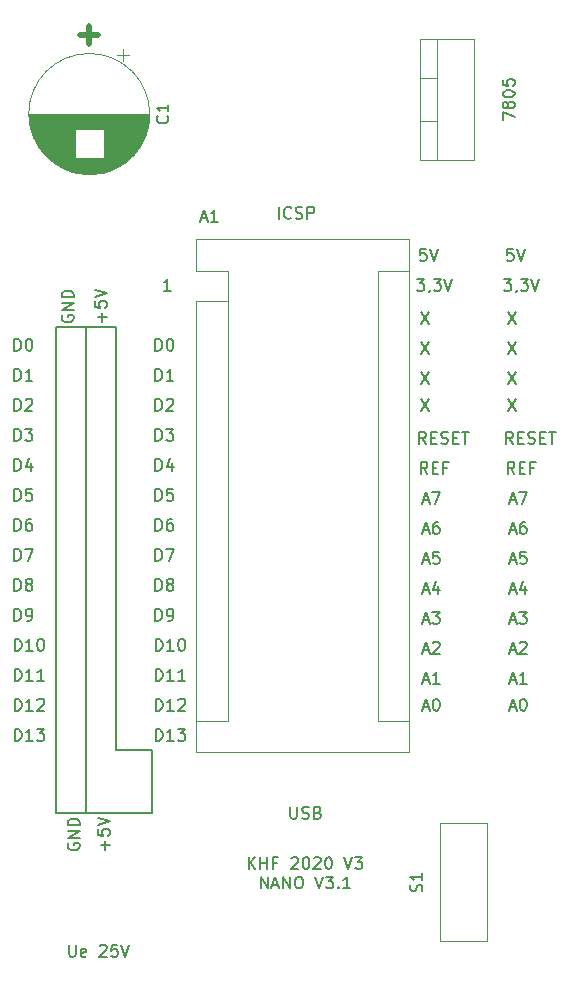
<source format=gbr>
%TF.GenerationSoftware,KiCad,Pcbnew,(5.1.6)-1*%
%TF.CreationDate,2020-11-17T10:03:37+01:00*%
%TF.ProjectId,NANOV3,4e414e4f-5633-42e6-9b69-6361645f7063,rev?*%
%TF.SameCoordinates,Original*%
%TF.FileFunction,Legend,Top*%
%TF.FilePolarity,Positive*%
%FSLAX46Y46*%
G04 Gerber Fmt 4.6, Leading zero omitted, Abs format (unit mm)*
G04 Created by KiCad (PCBNEW (5.1.6)-1) date 2020-11-17 10:03:37*
%MOMM*%
%LPD*%
G01*
G04 APERTURE LIST*
%ADD10C,0.150000*%
%ADD11C,0.500000*%
%ADD12C,0.120000*%
G04 APERTURE END LIST*
D10*
X119634000Y-69342000D02*
X122174000Y-69342000D01*
X119634000Y-110490000D02*
X119634000Y-69342000D01*
X122174000Y-110490000D02*
X119634000Y-110490000D01*
X123515428Y-68849714D02*
X123515428Y-68087809D01*
X123896380Y-68468761D02*
X123134476Y-68468761D01*
X122896380Y-67135428D02*
X122896380Y-67611619D01*
X123372571Y-67659238D01*
X123324952Y-67611619D01*
X123277333Y-67516380D01*
X123277333Y-67278285D01*
X123324952Y-67183047D01*
X123372571Y-67135428D01*
X123467809Y-67087809D01*
X123705904Y-67087809D01*
X123801142Y-67135428D01*
X123848761Y-67183047D01*
X123896380Y-67278285D01*
X123896380Y-67516380D01*
X123848761Y-67611619D01*
X123801142Y-67659238D01*
X122896380Y-66802095D02*
X123896380Y-66468761D01*
X122896380Y-66135428D01*
X120150000Y-68325904D02*
X120102380Y-68421142D01*
X120102380Y-68564000D01*
X120150000Y-68706857D01*
X120245238Y-68802095D01*
X120340476Y-68849714D01*
X120530952Y-68897333D01*
X120673809Y-68897333D01*
X120864285Y-68849714D01*
X120959523Y-68802095D01*
X121054761Y-68706857D01*
X121102380Y-68564000D01*
X121102380Y-68468761D01*
X121054761Y-68325904D01*
X121007142Y-68278285D01*
X120673809Y-68278285D01*
X120673809Y-68468761D01*
X121102380Y-67849714D02*
X120102380Y-67849714D01*
X121102380Y-67278285D01*
X120102380Y-67278285D01*
X121102380Y-66802095D02*
X120102380Y-66802095D01*
X120102380Y-66564000D01*
X120150000Y-66421142D01*
X120245238Y-66325904D01*
X120340476Y-66278285D01*
X120530952Y-66230666D01*
X120673809Y-66230666D01*
X120864285Y-66278285D01*
X120959523Y-66325904D01*
X121054761Y-66421142D01*
X121102380Y-66564000D01*
X121102380Y-66802095D01*
X150542666Y-70572380D02*
X151209333Y-71572380D01*
X151209333Y-70572380D02*
X150542666Y-71572380D01*
X150542666Y-68032380D02*
X151209333Y-69032380D01*
X151209333Y-68032380D02*
X150542666Y-69032380D01*
X150542666Y-73112380D02*
X151209333Y-74112380D01*
X151209333Y-73112380D02*
X150542666Y-74112380D01*
X150542666Y-75398380D02*
X151209333Y-76398380D01*
X151209333Y-75398380D02*
X150542666Y-76398380D01*
X150947619Y-79192380D02*
X150614285Y-78716190D01*
X150376190Y-79192380D02*
X150376190Y-78192380D01*
X150757142Y-78192380D01*
X150852380Y-78240000D01*
X150900000Y-78287619D01*
X150947619Y-78382857D01*
X150947619Y-78525714D01*
X150900000Y-78620952D01*
X150852380Y-78668571D01*
X150757142Y-78716190D01*
X150376190Y-78716190D01*
X151376190Y-78668571D02*
X151709523Y-78668571D01*
X151852380Y-79192380D02*
X151376190Y-79192380D01*
X151376190Y-78192380D01*
X151852380Y-78192380D01*
X152233333Y-79144761D02*
X152376190Y-79192380D01*
X152614285Y-79192380D01*
X152709523Y-79144761D01*
X152757142Y-79097142D01*
X152804761Y-79001904D01*
X152804761Y-78906666D01*
X152757142Y-78811428D01*
X152709523Y-78763809D01*
X152614285Y-78716190D01*
X152423809Y-78668571D01*
X152328571Y-78620952D01*
X152280952Y-78573333D01*
X152233333Y-78478095D01*
X152233333Y-78382857D01*
X152280952Y-78287619D01*
X152328571Y-78240000D01*
X152423809Y-78192380D01*
X152661904Y-78192380D01*
X152804761Y-78240000D01*
X153233333Y-78668571D02*
X153566666Y-78668571D01*
X153709523Y-79192380D02*
X153233333Y-79192380D01*
X153233333Y-78192380D01*
X153709523Y-78192380D01*
X153995238Y-78192380D02*
X154566666Y-78192380D01*
X154280952Y-79192380D02*
X154280952Y-78192380D01*
X151066571Y-81732380D02*
X150733238Y-81256190D01*
X150495142Y-81732380D02*
X150495142Y-80732380D01*
X150876095Y-80732380D01*
X150971333Y-80780000D01*
X151018952Y-80827619D01*
X151066571Y-80922857D01*
X151066571Y-81065714D01*
X151018952Y-81160952D01*
X150971333Y-81208571D01*
X150876095Y-81256190D01*
X150495142Y-81256190D01*
X151495142Y-81208571D02*
X151828476Y-81208571D01*
X151971333Y-81732380D02*
X151495142Y-81732380D01*
X151495142Y-80732380D01*
X151971333Y-80732380D01*
X152733238Y-81208571D02*
X152399904Y-81208571D01*
X152399904Y-81732380D02*
X152399904Y-80732380D01*
X152876095Y-80732380D01*
X150669714Y-83986666D02*
X151145904Y-83986666D01*
X150574476Y-84272380D02*
X150907809Y-83272380D01*
X151241142Y-84272380D01*
X151479238Y-83272380D02*
X152145904Y-83272380D01*
X151717333Y-84272380D01*
X150669714Y-86526666D02*
X151145904Y-86526666D01*
X150574476Y-86812380D02*
X150907809Y-85812380D01*
X151241142Y-86812380D01*
X152003047Y-85812380D02*
X151812571Y-85812380D01*
X151717333Y-85860000D01*
X151669714Y-85907619D01*
X151574476Y-86050476D01*
X151526857Y-86240952D01*
X151526857Y-86621904D01*
X151574476Y-86717142D01*
X151622095Y-86764761D01*
X151717333Y-86812380D01*
X151907809Y-86812380D01*
X152003047Y-86764761D01*
X152050666Y-86717142D01*
X152098285Y-86621904D01*
X152098285Y-86383809D01*
X152050666Y-86288571D01*
X152003047Y-86240952D01*
X151907809Y-86193333D01*
X151717333Y-86193333D01*
X151622095Y-86240952D01*
X151574476Y-86288571D01*
X151526857Y-86383809D01*
X150669714Y-96686666D02*
X151145904Y-96686666D01*
X150574476Y-96972380D02*
X150907809Y-95972380D01*
X151241142Y-96972380D01*
X151526857Y-96067619D02*
X151574476Y-96020000D01*
X151669714Y-95972380D01*
X151907809Y-95972380D01*
X152003047Y-96020000D01*
X152050666Y-96067619D01*
X152098285Y-96162857D01*
X152098285Y-96258095D01*
X152050666Y-96400952D01*
X151479238Y-96972380D01*
X152098285Y-96972380D01*
X150939523Y-62698380D02*
X150463333Y-62698380D01*
X150415714Y-63174571D01*
X150463333Y-63126952D01*
X150558571Y-63079333D01*
X150796666Y-63079333D01*
X150891904Y-63126952D01*
X150939523Y-63174571D01*
X150987142Y-63269809D01*
X150987142Y-63507904D01*
X150939523Y-63603142D01*
X150891904Y-63650761D01*
X150796666Y-63698380D01*
X150558571Y-63698380D01*
X150463333Y-63650761D01*
X150415714Y-63603142D01*
X151272857Y-62698380D02*
X151606190Y-63698380D01*
X151939523Y-62698380D01*
X150669714Y-91606666D02*
X151145904Y-91606666D01*
X150574476Y-91892380D02*
X150907809Y-90892380D01*
X151241142Y-91892380D01*
X152003047Y-91225714D02*
X152003047Y-91892380D01*
X151764952Y-90844761D02*
X151526857Y-91559047D01*
X152145904Y-91559047D01*
X150161809Y-65238380D02*
X150780857Y-65238380D01*
X150447523Y-65619333D01*
X150590380Y-65619333D01*
X150685619Y-65666952D01*
X150733238Y-65714571D01*
X150780857Y-65809809D01*
X150780857Y-66047904D01*
X150733238Y-66143142D01*
X150685619Y-66190761D01*
X150590380Y-66238380D01*
X150304666Y-66238380D01*
X150209428Y-66190761D01*
X150161809Y-66143142D01*
X151257047Y-66190761D02*
X151257047Y-66238380D01*
X151209428Y-66333619D01*
X151161809Y-66381238D01*
X151590380Y-65238380D02*
X152209428Y-65238380D01*
X151876095Y-65619333D01*
X152018952Y-65619333D01*
X152114190Y-65666952D01*
X152161809Y-65714571D01*
X152209428Y-65809809D01*
X152209428Y-66047904D01*
X152161809Y-66143142D01*
X152114190Y-66190761D01*
X152018952Y-66238380D01*
X151733238Y-66238380D01*
X151638000Y-66190761D01*
X151590380Y-66143142D01*
X152495142Y-65238380D02*
X152828476Y-66238380D01*
X153161809Y-65238380D01*
X150669714Y-89066666D02*
X151145904Y-89066666D01*
X150574476Y-89352380D02*
X150907809Y-88352380D01*
X151241142Y-89352380D01*
X152050666Y-88352380D02*
X151574476Y-88352380D01*
X151526857Y-88828571D01*
X151574476Y-88780952D01*
X151669714Y-88733333D01*
X151907809Y-88733333D01*
X152003047Y-88780952D01*
X152050666Y-88828571D01*
X152098285Y-88923809D01*
X152098285Y-89161904D01*
X152050666Y-89257142D01*
X152003047Y-89304761D01*
X151907809Y-89352380D01*
X151669714Y-89352380D01*
X151574476Y-89304761D01*
X151526857Y-89257142D01*
X150669714Y-94146666D02*
X151145904Y-94146666D01*
X150574476Y-94432380D02*
X150907809Y-93432380D01*
X151241142Y-94432380D01*
X151479238Y-93432380D02*
X152098285Y-93432380D01*
X151764952Y-93813333D01*
X151907809Y-93813333D01*
X152003047Y-93860952D01*
X152050666Y-93908571D01*
X152098285Y-94003809D01*
X152098285Y-94241904D01*
X152050666Y-94337142D01*
X152003047Y-94384761D01*
X151907809Y-94432380D01*
X151622095Y-94432380D01*
X151526857Y-94384761D01*
X151479238Y-94337142D01*
X150669714Y-101512666D02*
X151145904Y-101512666D01*
X150574476Y-101798380D02*
X150907809Y-100798380D01*
X151241142Y-101798380D01*
X151764952Y-100798380D02*
X151860190Y-100798380D01*
X151955428Y-100846000D01*
X152003047Y-100893619D01*
X152050666Y-100988857D01*
X152098285Y-101179333D01*
X152098285Y-101417428D01*
X152050666Y-101607904D01*
X152003047Y-101703142D01*
X151955428Y-101750761D01*
X151860190Y-101798380D01*
X151764952Y-101798380D01*
X151669714Y-101750761D01*
X151622095Y-101703142D01*
X151574476Y-101607904D01*
X151526857Y-101417428D01*
X151526857Y-101179333D01*
X151574476Y-100988857D01*
X151622095Y-100893619D01*
X151669714Y-100846000D01*
X151764952Y-100798380D01*
X150669714Y-99226666D02*
X151145904Y-99226666D01*
X150574476Y-99512380D02*
X150907809Y-98512380D01*
X151241142Y-99512380D01*
X152098285Y-99512380D02*
X151526857Y-99512380D01*
X151812571Y-99512380D02*
X151812571Y-98512380D01*
X151717333Y-98655238D01*
X151622095Y-98750476D01*
X151526857Y-98798095D01*
X128039904Y-89098380D02*
X128039904Y-88098380D01*
X128278000Y-88098380D01*
X128420857Y-88146000D01*
X128516095Y-88241238D01*
X128563714Y-88336476D01*
X128611333Y-88526952D01*
X128611333Y-88669809D01*
X128563714Y-88860285D01*
X128516095Y-88955523D01*
X128420857Y-89050761D01*
X128278000Y-89098380D01*
X128039904Y-89098380D01*
X128944666Y-88098380D02*
X129611333Y-88098380D01*
X129182761Y-89098380D01*
X128039904Y-73858380D02*
X128039904Y-72858380D01*
X128278000Y-72858380D01*
X128420857Y-72906000D01*
X128516095Y-73001238D01*
X128563714Y-73096476D01*
X128611333Y-73286952D01*
X128611333Y-73429809D01*
X128563714Y-73620285D01*
X128516095Y-73715523D01*
X128420857Y-73810761D01*
X128278000Y-73858380D01*
X128039904Y-73858380D01*
X129563714Y-73858380D02*
X128992285Y-73858380D01*
X129278000Y-73858380D02*
X129278000Y-72858380D01*
X129182761Y-73001238D01*
X129087523Y-73096476D01*
X128992285Y-73144095D01*
X128071714Y-104338380D02*
X128071714Y-103338380D01*
X128309809Y-103338380D01*
X128452666Y-103386000D01*
X128547904Y-103481238D01*
X128595523Y-103576476D01*
X128643142Y-103766952D01*
X128643142Y-103909809D01*
X128595523Y-104100285D01*
X128547904Y-104195523D01*
X128452666Y-104290761D01*
X128309809Y-104338380D01*
X128071714Y-104338380D01*
X129595523Y-104338380D02*
X129024095Y-104338380D01*
X129309809Y-104338380D02*
X129309809Y-103338380D01*
X129214571Y-103481238D01*
X129119333Y-103576476D01*
X129024095Y-103624095D01*
X129928857Y-103338380D02*
X130547904Y-103338380D01*
X130214571Y-103719333D01*
X130357428Y-103719333D01*
X130452666Y-103766952D01*
X130500285Y-103814571D01*
X130547904Y-103909809D01*
X130547904Y-104147904D01*
X130500285Y-104243142D01*
X130452666Y-104290761D01*
X130357428Y-104338380D01*
X130071714Y-104338380D01*
X129976476Y-104290761D01*
X129928857Y-104243142D01*
X128039904Y-91638380D02*
X128039904Y-90638380D01*
X128278000Y-90638380D01*
X128420857Y-90686000D01*
X128516095Y-90781238D01*
X128563714Y-90876476D01*
X128611333Y-91066952D01*
X128611333Y-91209809D01*
X128563714Y-91400285D01*
X128516095Y-91495523D01*
X128420857Y-91590761D01*
X128278000Y-91638380D01*
X128039904Y-91638380D01*
X129182761Y-91066952D02*
X129087523Y-91019333D01*
X129039904Y-90971714D01*
X128992285Y-90876476D01*
X128992285Y-90828857D01*
X129039904Y-90733619D01*
X129087523Y-90686000D01*
X129182761Y-90638380D01*
X129373238Y-90638380D01*
X129468476Y-90686000D01*
X129516095Y-90733619D01*
X129563714Y-90828857D01*
X129563714Y-90876476D01*
X129516095Y-90971714D01*
X129468476Y-91019333D01*
X129373238Y-91066952D01*
X129182761Y-91066952D01*
X129087523Y-91114571D01*
X129039904Y-91162190D01*
X128992285Y-91257428D01*
X128992285Y-91447904D01*
X129039904Y-91543142D01*
X129087523Y-91590761D01*
X129182761Y-91638380D01*
X129373238Y-91638380D01*
X129468476Y-91590761D01*
X129516095Y-91543142D01*
X129563714Y-91447904D01*
X129563714Y-91257428D01*
X129516095Y-91162190D01*
X129468476Y-91114571D01*
X129373238Y-91066952D01*
X128039904Y-94178380D02*
X128039904Y-93178380D01*
X128278000Y-93178380D01*
X128420857Y-93226000D01*
X128516095Y-93321238D01*
X128563714Y-93416476D01*
X128611333Y-93606952D01*
X128611333Y-93749809D01*
X128563714Y-93940285D01*
X128516095Y-94035523D01*
X128420857Y-94130761D01*
X128278000Y-94178380D01*
X128039904Y-94178380D01*
X129087523Y-94178380D02*
X129278000Y-94178380D01*
X129373238Y-94130761D01*
X129420857Y-94083142D01*
X129516095Y-93940285D01*
X129563714Y-93749809D01*
X129563714Y-93368857D01*
X129516095Y-93273619D01*
X129468476Y-93226000D01*
X129373238Y-93178380D01*
X129182761Y-93178380D01*
X129087523Y-93226000D01*
X129039904Y-93273619D01*
X128992285Y-93368857D01*
X128992285Y-93606952D01*
X129039904Y-93702190D01*
X129087523Y-93749809D01*
X129182761Y-93797428D01*
X129373238Y-93797428D01*
X129468476Y-93749809D01*
X129516095Y-93702190D01*
X129563714Y-93606952D01*
X128039904Y-86558380D02*
X128039904Y-85558380D01*
X128278000Y-85558380D01*
X128420857Y-85606000D01*
X128516095Y-85701238D01*
X128563714Y-85796476D01*
X128611333Y-85986952D01*
X128611333Y-86129809D01*
X128563714Y-86320285D01*
X128516095Y-86415523D01*
X128420857Y-86510761D01*
X128278000Y-86558380D01*
X128039904Y-86558380D01*
X129468476Y-85558380D02*
X129278000Y-85558380D01*
X129182761Y-85606000D01*
X129135142Y-85653619D01*
X129039904Y-85796476D01*
X128992285Y-85986952D01*
X128992285Y-86367904D01*
X129039904Y-86463142D01*
X129087523Y-86510761D01*
X129182761Y-86558380D01*
X129373238Y-86558380D01*
X129468476Y-86510761D01*
X129516095Y-86463142D01*
X129563714Y-86367904D01*
X129563714Y-86129809D01*
X129516095Y-86034571D01*
X129468476Y-85986952D01*
X129373238Y-85939333D01*
X129182761Y-85939333D01*
X129087523Y-85986952D01*
X129039904Y-86034571D01*
X128992285Y-86129809D01*
X128071714Y-101798380D02*
X128071714Y-100798380D01*
X128309809Y-100798380D01*
X128452666Y-100846000D01*
X128547904Y-100941238D01*
X128595523Y-101036476D01*
X128643142Y-101226952D01*
X128643142Y-101369809D01*
X128595523Y-101560285D01*
X128547904Y-101655523D01*
X128452666Y-101750761D01*
X128309809Y-101798380D01*
X128071714Y-101798380D01*
X129595523Y-101798380D02*
X129024095Y-101798380D01*
X129309809Y-101798380D02*
X129309809Y-100798380D01*
X129214571Y-100941238D01*
X129119333Y-101036476D01*
X129024095Y-101084095D01*
X129976476Y-100893619D02*
X130024095Y-100846000D01*
X130119333Y-100798380D01*
X130357428Y-100798380D01*
X130452666Y-100846000D01*
X130500285Y-100893619D01*
X130547904Y-100988857D01*
X130547904Y-101084095D01*
X130500285Y-101226952D01*
X129928857Y-101798380D01*
X130547904Y-101798380D01*
X128071714Y-99258380D02*
X128071714Y-98258380D01*
X128309809Y-98258380D01*
X128452666Y-98306000D01*
X128547904Y-98401238D01*
X128595523Y-98496476D01*
X128643142Y-98686952D01*
X128643142Y-98829809D01*
X128595523Y-99020285D01*
X128547904Y-99115523D01*
X128452666Y-99210761D01*
X128309809Y-99258380D01*
X128071714Y-99258380D01*
X129595523Y-99258380D02*
X129024095Y-99258380D01*
X129309809Y-99258380D02*
X129309809Y-98258380D01*
X129214571Y-98401238D01*
X129119333Y-98496476D01*
X129024095Y-98544095D01*
X130547904Y-99258380D02*
X129976476Y-99258380D01*
X130262190Y-99258380D02*
X130262190Y-98258380D01*
X130166952Y-98401238D01*
X130071714Y-98496476D01*
X129976476Y-98544095D01*
X128071714Y-96718380D02*
X128071714Y-95718380D01*
X128309809Y-95718380D01*
X128452666Y-95766000D01*
X128547904Y-95861238D01*
X128595523Y-95956476D01*
X128643142Y-96146952D01*
X128643142Y-96289809D01*
X128595523Y-96480285D01*
X128547904Y-96575523D01*
X128452666Y-96670761D01*
X128309809Y-96718380D01*
X128071714Y-96718380D01*
X129595523Y-96718380D02*
X129024095Y-96718380D01*
X129309809Y-96718380D02*
X129309809Y-95718380D01*
X129214571Y-95861238D01*
X129119333Y-95956476D01*
X129024095Y-96004095D01*
X130214571Y-95718380D02*
X130309809Y-95718380D01*
X130405047Y-95766000D01*
X130452666Y-95813619D01*
X130500285Y-95908857D01*
X130547904Y-96099333D01*
X130547904Y-96337428D01*
X130500285Y-96527904D01*
X130452666Y-96623142D01*
X130405047Y-96670761D01*
X130309809Y-96718380D01*
X130214571Y-96718380D01*
X130119333Y-96670761D01*
X130071714Y-96623142D01*
X130024095Y-96527904D01*
X129976476Y-96337428D01*
X129976476Y-96099333D01*
X130024095Y-95908857D01*
X130071714Y-95813619D01*
X130119333Y-95766000D01*
X130214571Y-95718380D01*
X128039904Y-71318380D02*
X128039904Y-70318380D01*
X128278000Y-70318380D01*
X128420857Y-70366000D01*
X128516095Y-70461238D01*
X128563714Y-70556476D01*
X128611333Y-70746952D01*
X128611333Y-70889809D01*
X128563714Y-71080285D01*
X128516095Y-71175523D01*
X128420857Y-71270761D01*
X128278000Y-71318380D01*
X128039904Y-71318380D01*
X129230380Y-70318380D02*
X129325619Y-70318380D01*
X129420857Y-70366000D01*
X129468476Y-70413619D01*
X129516095Y-70508857D01*
X129563714Y-70699333D01*
X129563714Y-70937428D01*
X129516095Y-71127904D01*
X129468476Y-71223142D01*
X129420857Y-71270761D01*
X129325619Y-71318380D01*
X129230380Y-71318380D01*
X129135142Y-71270761D01*
X129087523Y-71223142D01*
X129039904Y-71127904D01*
X128992285Y-70937428D01*
X128992285Y-70699333D01*
X129039904Y-70508857D01*
X129087523Y-70413619D01*
X129135142Y-70366000D01*
X129230380Y-70318380D01*
X128039904Y-76398380D02*
X128039904Y-75398380D01*
X128278000Y-75398380D01*
X128420857Y-75446000D01*
X128516095Y-75541238D01*
X128563714Y-75636476D01*
X128611333Y-75826952D01*
X128611333Y-75969809D01*
X128563714Y-76160285D01*
X128516095Y-76255523D01*
X128420857Y-76350761D01*
X128278000Y-76398380D01*
X128039904Y-76398380D01*
X128992285Y-75493619D02*
X129039904Y-75446000D01*
X129135142Y-75398380D01*
X129373238Y-75398380D01*
X129468476Y-75446000D01*
X129516095Y-75493619D01*
X129563714Y-75588857D01*
X129563714Y-75684095D01*
X129516095Y-75826952D01*
X128944666Y-76398380D01*
X129563714Y-76398380D01*
X128039904Y-78938380D02*
X128039904Y-77938380D01*
X128278000Y-77938380D01*
X128420857Y-77986000D01*
X128516095Y-78081238D01*
X128563714Y-78176476D01*
X128611333Y-78366952D01*
X128611333Y-78509809D01*
X128563714Y-78700285D01*
X128516095Y-78795523D01*
X128420857Y-78890761D01*
X128278000Y-78938380D01*
X128039904Y-78938380D01*
X128944666Y-77938380D02*
X129563714Y-77938380D01*
X129230380Y-78319333D01*
X129373238Y-78319333D01*
X129468476Y-78366952D01*
X129516095Y-78414571D01*
X129563714Y-78509809D01*
X129563714Y-78747904D01*
X129516095Y-78843142D01*
X129468476Y-78890761D01*
X129373238Y-78938380D01*
X129087523Y-78938380D01*
X128992285Y-78890761D01*
X128944666Y-78843142D01*
X128039904Y-81478380D02*
X128039904Y-80478380D01*
X128278000Y-80478380D01*
X128420857Y-80526000D01*
X128516095Y-80621238D01*
X128563714Y-80716476D01*
X128611333Y-80906952D01*
X128611333Y-81049809D01*
X128563714Y-81240285D01*
X128516095Y-81335523D01*
X128420857Y-81430761D01*
X128278000Y-81478380D01*
X128039904Y-81478380D01*
X129468476Y-80811714D02*
X129468476Y-81478380D01*
X129230380Y-80430761D02*
X128992285Y-81145047D01*
X129611333Y-81145047D01*
X128039904Y-84018380D02*
X128039904Y-83018380D01*
X128278000Y-83018380D01*
X128420857Y-83066000D01*
X128516095Y-83161238D01*
X128563714Y-83256476D01*
X128611333Y-83446952D01*
X128611333Y-83589809D01*
X128563714Y-83780285D01*
X128516095Y-83875523D01*
X128420857Y-83970761D01*
X128278000Y-84018380D01*
X128039904Y-84018380D01*
X129516095Y-83018380D02*
X129039904Y-83018380D01*
X128992285Y-83494571D01*
X129039904Y-83446952D01*
X129135142Y-83399333D01*
X129373238Y-83399333D01*
X129468476Y-83446952D01*
X129516095Y-83494571D01*
X129563714Y-83589809D01*
X129563714Y-83827904D01*
X129516095Y-83923142D01*
X129468476Y-83970761D01*
X129373238Y-84018380D01*
X129135142Y-84018380D01*
X129039904Y-83970761D01*
X128992285Y-83923142D01*
X138477809Y-60142380D02*
X138477809Y-59142380D01*
X139525428Y-60047142D02*
X139477809Y-60094761D01*
X139334952Y-60142380D01*
X139239714Y-60142380D01*
X139096857Y-60094761D01*
X139001619Y-59999523D01*
X138954000Y-59904285D01*
X138906380Y-59713809D01*
X138906380Y-59570952D01*
X138954000Y-59380476D01*
X139001619Y-59285238D01*
X139096857Y-59190000D01*
X139239714Y-59142380D01*
X139334952Y-59142380D01*
X139477809Y-59190000D01*
X139525428Y-59237619D01*
X139906380Y-60094761D02*
X140049238Y-60142380D01*
X140287333Y-60142380D01*
X140382571Y-60094761D01*
X140430190Y-60047142D01*
X140477809Y-59951904D01*
X140477809Y-59856666D01*
X140430190Y-59761428D01*
X140382571Y-59713809D01*
X140287333Y-59666190D01*
X140096857Y-59618571D01*
X140001619Y-59570952D01*
X139954000Y-59523333D01*
X139906380Y-59428095D01*
X139906380Y-59332857D01*
X139954000Y-59237619D01*
X140001619Y-59190000D01*
X140096857Y-59142380D01*
X140334952Y-59142380D01*
X140477809Y-59190000D01*
X140906380Y-60142380D02*
X140906380Y-59142380D01*
X141287333Y-59142380D01*
X141382571Y-59190000D01*
X141430190Y-59237619D01*
X141477809Y-59332857D01*
X141477809Y-59475714D01*
X141430190Y-59570952D01*
X141382571Y-59618571D01*
X141287333Y-59666190D01*
X140906380Y-59666190D01*
X129317714Y-66238380D02*
X128746285Y-66238380D01*
X129032000Y-66238380D02*
X129032000Y-65238380D01*
X128936761Y-65381238D01*
X128841523Y-65476476D01*
X128746285Y-65524095D01*
X124714000Y-105156000D02*
X127762000Y-105156000D01*
X124714000Y-69342000D02*
X124714000Y-105156000D01*
X122174000Y-69342000D02*
X124714000Y-69342000D01*
X122174000Y-110490000D02*
X122174000Y-69342000D01*
X127762000Y-110490000D02*
X122174000Y-110490000D01*
X127762000Y-110490000D02*
X127762000Y-105156000D01*
X135930285Y-115197380D02*
X135930285Y-114197380D01*
X136501714Y-115197380D02*
X136073142Y-114625952D01*
X136501714Y-114197380D02*
X135930285Y-114768809D01*
X136930285Y-115197380D02*
X136930285Y-114197380D01*
X136930285Y-114673571D02*
X137501714Y-114673571D01*
X137501714Y-115197380D02*
X137501714Y-114197380D01*
X138311238Y-114673571D02*
X137977904Y-114673571D01*
X137977904Y-115197380D02*
X137977904Y-114197380D01*
X138454095Y-114197380D01*
X139549333Y-114292619D02*
X139596952Y-114245000D01*
X139692190Y-114197380D01*
X139930285Y-114197380D01*
X140025523Y-114245000D01*
X140073142Y-114292619D01*
X140120761Y-114387857D01*
X140120761Y-114483095D01*
X140073142Y-114625952D01*
X139501714Y-115197380D01*
X140120761Y-115197380D01*
X140739809Y-114197380D02*
X140835047Y-114197380D01*
X140930285Y-114245000D01*
X140977904Y-114292619D01*
X141025523Y-114387857D01*
X141073142Y-114578333D01*
X141073142Y-114816428D01*
X141025523Y-115006904D01*
X140977904Y-115102142D01*
X140930285Y-115149761D01*
X140835047Y-115197380D01*
X140739809Y-115197380D01*
X140644571Y-115149761D01*
X140596952Y-115102142D01*
X140549333Y-115006904D01*
X140501714Y-114816428D01*
X140501714Y-114578333D01*
X140549333Y-114387857D01*
X140596952Y-114292619D01*
X140644571Y-114245000D01*
X140739809Y-114197380D01*
X141454095Y-114292619D02*
X141501714Y-114245000D01*
X141596952Y-114197380D01*
X141835047Y-114197380D01*
X141930285Y-114245000D01*
X141977904Y-114292619D01*
X142025523Y-114387857D01*
X142025523Y-114483095D01*
X141977904Y-114625952D01*
X141406476Y-115197380D01*
X142025523Y-115197380D01*
X142644571Y-114197380D02*
X142739809Y-114197380D01*
X142835047Y-114245000D01*
X142882666Y-114292619D01*
X142930285Y-114387857D01*
X142977904Y-114578333D01*
X142977904Y-114816428D01*
X142930285Y-115006904D01*
X142882666Y-115102142D01*
X142835047Y-115149761D01*
X142739809Y-115197380D01*
X142644571Y-115197380D01*
X142549333Y-115149761D01*
X142501714Y-115102142D01*
X142454095Y-115006904D01*
X142406476Y-114816428D01*
X142406476Y-114578333D01*
X142454095Y-114387857D01*
X142501714Y-114292619D01*
X142549333Y-114245000D01*
X142644571Y-114197380D01*
X144025523Y-114197380D02*
X144358857Y-115197380D01*
X144692190Y-114197380D01*
X144930285Y-114197380D02*
X145549333Y-114197380D01*
X145216000Y-114578333D01*
X145358857Y-114578333D01*
X145454095Y-114625952D01*
X145501714Y-114673571D01*
X145549333Y-114768809D01*
X145549333Y-115006904D01*
X145501714Y-115102142D01*
X145454095Y-115149761D01*
X145358857Y-115197380D01*
X145073142Y-115197380D01*
X144977904Y-115149761D01*
X144930285Y-115102142D01*
X136954095Y-116847380D02*
X136954095Y-115847380D01*
X137525523Y-116847380D01*
X137525523Y-115847380D01*
X137954095Y-116561666D02*
X138430285Y-116561666D01*
X137858857Y-116847380D02*
X138192190Y-115847380D01*
X138525523Y-116847380D01*
X138858857Y-116847380D02*
X138858857Y-115847380D01*
X139430285Y-116847380D01*
X139430285Y-115847380D01*
X140096952Y-115847380D02*
X140287428Y-115847380D01*
X140382666Y-115895000D01*
X140477904Y-115990238D01*
X140525523Y-116180714D01*
X140525523Y-116514047D01*
X140477904Y-116704523D01*
X140382666Y-116799761D01*
X140287428Y-116847380D01*
X140096952Y-116847380D01*
X140001714Y-116799761D01*
X139906476Y-116704523D01*
X139858857Y-116514047D01*
X139858857Y-116180714D01*
X139906476Y-115990238D01*
X140001714Y-115895000D01*
X140096952Y-115847380D01*
X141573142Y-115847380D02*
X141906476Y-116847380D01*
X142239809Y-115847380D01*
X142477904Y-115847380D02*
X143096952Y-115847380D01*
X142763619Y-116228333D01*
X142906476Y-116228333D01*
X143001714Y-116275952D01*
X143049333Y-116323571D01*
X143096952Y-116418809D01*
X143096952Y-116656904D01*
X143049333Y-116752142D01*
X143001714Y-116799761D01*
X142906476Y-116847380D01*
X142620761Y-116847380D01*
X142525523Y-116799761D01*
X142477904Y-116752142D01*
X143525523Y-116752142D02*
X143573142Y-116799761D01*
X143525523Y-116847380D01*
X143477904Y-116799761D01*
X143525523Y-116752142D01*
X143525523Y-116847380D01*
X144525523Y-116847380D02*
X143954095Y-116847380D01*
X144239809Y-116847380D02*
X144239809Y-115847380D01*
X144144571Y-115990238D01*
X144049333Y-116085476D01*
X143954095Y-116133095D01*
X139454095Y-109942380D02*
X139454095Y-110751904D01*
X139501714Y-110847142D01*
X139549333Y-110894761D01*
X139644571Y-110942380D01*
X139835047Y-110942380D01*
X139930285Y-110894761D01*
X139977904Y-110847142D01*
X140025523Y-110751904D01*
X140025523Y-109942380D01*
X140454095Y-110894761D02*
X140596952Y-110942380D01*
X140835047Y-110942380D01*
X140930285Y-110894761D01*
X140977904Y-110847142D01*
X141025523Y-110751904D01*
X141025523Y-110656666D01*
X140977904Y-110561428D01*
X140930285Y-110513809D01*
X140835047Y-110466190D01*
X140644571Y-110418571D01*
X140549333Y-110370952D01*
X140501714Y-110323333D01*
X140454095Y-110228095D01*
X140454095Y-110132857D01*
X140501714Y-110037619D01*
X140549333Y-109990000D01*
X140644571Y-109942380D01*
X140882666Y-109942380D01*
X141025523Y-109990000D01*
X141787428Y-110418571D02*
X141930285Y-110466190D01*
X141977904Y-110513809D01*
X142025523Y-110609047D01*
X142025523Y-110751904D01*
X141977904Y-110847142D01*
X141930285Y-110894761D01*
X141835047Y-110942380D01*
X141454095Y-110942380D01*
X141454095Y-109942380D01*
X141787428Y-109942380D01*
X141882666Y-109990000D01*
X141930285Y-110037619D01*
X141977904Y-110132857D01*
X141977904Y-110228095D01*
X141930285Y-110323333D01*
X141882666Y-110370952D01*
X141787428Y-110418571D01*
X141454095Y-110418571D01*
X157908666Y-68032380D02*
X158575333Y-69032380D01*
X158575333Y-68032380D02*
X157908666Y-69032380D01*
X157908666Y-70572380D02*
X158575333Y-71572380D01*
X158575333Y-70572380D02*
X157908666Y-71572380D01*
X157908666Y-73112380D02*
X158575333Y-74112380D01*
X158575333Y-73112380D02*
X157908666Y-74112380D01*
X157908666Y-75398380D02*
X158575333Y-76398380D01*
X158575333Y-75398380D02*
X157908666Y-76398380D01*
X158313619Y-79192380D02*
X157980285Y-78716190D01*
X157742190Y-79192380D02*
X157742190Y-78192380D01*
X158123142Y-78192380D01*
X158218380Y-78240000D01*
X158266000Y-78287619D01*
X158313619Y-78382857D01*
X158313619Y-78525714D01*
X158266000Y-78620952D01*
X158218380Y-78668571D01*
X158123142Y-78716190D01*
X157742190Y-78716190D01*
X158742190Y-78668571D02*
X159075523Y-78668571D01*
X159218380Y-79192380D02*
X158742190Y-79192380D01*
X158742190Y-78192380D01*
X159218380Y-78192380D01*
X159599333Y-79144761D02*
X159742190Y-79192380D01*
X159980285Y-79192380D01*
X160075523Y-79144761D01*
X160123142Y-79097142D01*
X160170761Y-79001904D01*
X160170761Y-78906666D01*
X160123142Y-78811428D01*
X160075523Y-78763809D01*
X159980285Y-78716190D01*
X159789809Y-78668571D01*
X159694571Y-78620952D01*
X159646952Y-78573333D01*
X159599333Y-78478095D01*
X159599333Y-78382857D01*
X159646952Y-78287619D01*
X159694571Y-78240000D01*
X159789809Y-78192380D01*
X160027904Y-78192380D01*
X160170761Y-78240000D01*
X160599333Y-78668571D02*
X160932666Y-78668571D01*
X161075523Y-79192380D02*
X160599333Y-79192380D01*
X160599333Y-78192380D01*
X161075523Y-78192380D01*
X161361238Y-78192380D02*
X161932666Y-78192380D01*
X161646952Y-79192380D02*
X161646952Y-78192380D01*
X158432571Y-81732380D02*
X158099238Y-81256190D01*
X157861142Y-81732380D02*
X157861142Y-80732380D01*
X158242095Y-80732380D01*
X158337333Y-80780000D01*
X158384952Y-80827619D01*
X158432571Y-80922857D01*
X158432571Y-81065714D01*
X158384952Y-81160952D01*
X158337333Y-81208571D01*
X158242095Y-81256190D01*
X157861142Y-81256190D01*
X158861142Y-81208571D02*
X159194476Y-81208571D01*
X159337333Y-81732380D02*
X158861142Y-81732380D01*
X158861142Y-80732380D01*
X159337333Y-80732380D01*
X160099238Y-81208571D02*
X159765904Y-81208571D01*
X159765904Y-81732380D02*
X159765904Y-80732380D01*
X160242095Y-80732380D01*
X158035714Y-83986666D02*
X158511904Y-83986666D01*
X157940476Y-84272380D02*
X158273809Y-83272380D01*
X158607142Y-84272380D01*
X158845238Y-83272380D02*
X159511904Y-83272380D01*
X159083333Y-84272380D01*
X158035714Y-86526666D02*
X158511904Y-86526666D01*
X157940476Y-86812380D02*
X158273809Y-85812380D01*
X158607142Y-86812380D01*
X159369047Y-85812380D02*
X159178571Y-85812380D01*
X159083333Y-85860000D01*
X159035714Y-85907619D01*
X158940476Y-86050476D01*
X158892857Y-86240952D01*
X158892857Y-86621904D01*
X158940476Y-86717142D01*
X158988095Y-86764761D01*
X159083333Y-86812380D01*
X159273809Y-86812380D01*
X159369047Y-86764761D01*
X159416666Y-86717142D01*
X159464285Y-86621904D01*
X159464285Y-86383809D01*
X159416666Y-86288571D01*
X159369047Y-86240952D01*
X159273809Y-86193333D01*
X159083333Y-86193333D01*
X158988095Y-86240952D01*
X158940476Y-86288571D01*
X158892857Y-86383809D01*
X158035714Y-89066666D02*
X158511904Y-89066666D01*
X157940476Y-89352380D02*
X158273809Y-88352380D01*
X158607142Y-89352380D01*
X159416666Y-88352380D02*
X158940476Y-88352380D01*
X158892857Y-88828571D01*
X158940476Y-88780952D01*
X159035714Y-88733333D01*
X159273809Y-88733333D01*
X159369047Y-88780952D01*
X159416666Y-88828571D01*
X159464285Y-88923809D01*
X159464285Y-89161904D01*
X159416666Y-89257142D01*
X159369047Y-89304761D01*
X159273809Y-89352380D01*
X159035714Y-89352380D01*
X158940476Y-89304761D01*
X158892857Y-89257142D01*
X158035714Y-91606666D02*
X158511904Y-91606666D01*
X157940476Y-91892380D02*
X158273809Y-90892380D01*
X158607142Y-91892380D01*
X159369047Y-91225714D02*
X159369047Y-91892380D01*
X159130952Y-90844761D02*
X158892857Y-91559047D01*
X159511904Y-91559047D01*
X158035714Y-94146666D02*
X158511904Y-94146666D01*
X157940476Y-94432380D02*
X158273809Y-93432380D01*
X158607142Y-94432380D01*
X158845238Y-93432380D02*
X159464285Y-93432380D01*
X159130952Y-93813333D01*
X159273809Y-93813333D01*
X159369047Y-93860952D01*
X159416666Y-93908571D01*
X159464285Y-94003809D01*
X159464285Y-94241904D01*
X159416666Y-94337142D01*
X159369047Y-94384761D01*
X159273809Y-94432380D01*
X158988095Y-94432380D01*
X158892857Y-94384761D01*
X158845238Y-94337142D01*
X158035714Y-96686666D02*
X158511904Y-96686666D01*
X157940476Y-96972380D02*
X158273809Y-95972380D01*
X158607142Y-96972380D01*
X158892857Y-96067619D02*
X158940476Y-96020000D01*
X159035714Y-95972380D01*
X159273809Y-95972380D01*
X159369047Y-96020000D01*
X159416666Y-96067619D01*
X159464285Y-96162857D01*
X159464285Y-96258095D01*
X159416666Y-96400952D01*
X158845238Y-96972380D01*
X159464285Y-96972380D01*
X158035714Y-99226666D02*
X158511904Y-99226666D01*
X157940476Y-99512380D02*
X158273809Y-98512380D01*
X158607142Y-99512380D01*
X159464285Y-99512380D02*
X158892857Y-99512380D01*
X159178571Y-99512380D02*
X159178571Y-98512380D01*
X159083333Y-98655238D01*
X158988095Y-98750476D01*
X158892857Y-98798095D01*
X158035714Y-101512666D02*
X158511904Y-101512666D01*
X157940476Y-101798380D02*
X158273809Y-100798380D01*
X158607142Y-101798380D01*
X159130952Y-100798380D02*
X159226190Y-100798380D01*
X159321428Y-100846000D01*
X159369047Y-100893619D01*
X159416666Y-100988857D01*
X159464285Y-101179333D01*
X159464285Y-101417428D01*
X159416666Y-101607904D01*
X159369047Y-101703142D01*
X159321428Y-101750761D01*
X159226190Y-101798380D01*
X159130952Y-101798380D01*
X159035714Y-101750761D01*
X158988095Y-101703142D01*
X158940476Y-101607904D01*
X158892857Y-101417428D01*
X158892857Y-101179333D01*
X158940476Y-100988857D01*
X158988095Y-100893619D01*
X159035714Y-100846000D01*
X159130952Y-100798380D01*
X157527809Y-65238380D02*
X158146857Y-65238380D01*
X157813523Y-65619333D01*
X157956380Y-65619333D01*
X158051619Y-65666952D01*
X158099238Y-65714571D01*
X158146857Y-65809809D01*
X158146857Y-66047904D01*
X158099238Y-66143142D01*
X158051619Y-66190761D01*
X157956380Y-66238380D01*
X157670666Y-66238380D01*
X157575428Y-66190761D01*
X157527809Y-66143142D01*
X158623047Y-66190761D02*
X158623047Y-66238380D01*
X158575428Y-66333619D01*
X158527809Y-66381238D01*
X158956380Y-65238380D02*
X159575428Y-65238380D01*
X159242095Y-65619333D01*
X159384952Y-65619333D01*
X159480190Y-65666952D01*
X159527809Y-65714571D01*
X159575428Y-65809809D01*
X159575428Y-66047904D01*
X159527809Y-66143142D01*
X159480190Y-66190761D01*
X159384952Y-66238380D01*
X159099238Y-66238380D01*
X159004000Y-66190761D01*
X158956380Y-66143142D01*
X159861142Y-65238380D02*
X160194476Y-66238380D01*
X160527809Y-65238380D01*
X158305523Y-62698380D02*
X157829333Y-62698380D01*
X157781714Y-63174571D01*
X157829333Y-63126952D01*
X157924571Y-63079333D01*
X158162666Y-63079333D01*
X158257904Y-63126952D01*
X158305523Y-63174571D01*
X158353142Y-63269809D01*
X158353142Y-63507904D01*
X158305523Y-63603142D01*
X158257904Y-63650761D01*
X158162666Y-63698380D01*
X157924571Y-63698380D01*
X157829333Y-63650761D01*
X157781714Y-63603142D01*
X158638857Y-62698380D02*
X158972190Y-63698380D01*
X159305523Y-62698380D01*
D11*
X121666095Y-44592857D02*
X123189904Y-44592857D01*
X122428000Y-45354761D02*
X122428000Y-43830952D01*
D10*
X116133714Y-104338380D02*
X116133714Y-103338380D01*
X116371809Y-103338380D01*
X116514666Y-103386000D01*
X116609904Y-103481238D01*
X116657523Y-103576476D01*
X116705142Y-103766952D01*
X116705142Y-103909809D01*
X116657523Y-104100285D01*
X116609904Y-104195523D01*
X116514666Y-104290761D01*
X116371809Y-104338380D01*
X116133714Y-104338380D01*
X117657523Y-104338380D02*
X117086095Y-104338380D01*
X117371809Y-104338380D02*
X117371809Y-103338380D01*
X117276571Y-103481238D01*
X117181333Y-103576476D01*
X117086095Y-103624095D01*
X117990857Y-103338380D02*
X118609904Y-103338380D01*
X118276571Y-103719333D01*
X118419428Y-103719333D01*
X118514666Y-103766952D01*
X118562285Y-103814571D01*
X118609904Y-103909809D01*
X118609904Y-104147904D01*
X118562285Y-104243142D01*
X118514666Y-104290761D01*
X118419428Y-104338380D01*
X118133714Y-104338380D01*
X118038476Y-104290761D01*
X117990857Y-104243142D01*
X116133714Y-101798380D02*
X116133714Y-100798380D01*
X116371809Y-100798380D01*
X116514666Y-100846000D01*
X116609904Y-100941238D01*
X116657523Y-101036476D01*
X116705142Y-101226952D01*
X116705142Y-101369809D01*
X116657523Y-101560285D01*
X116609904Y-101655523D01*
X116514666Y-101750761D01*
X116371809Y-101798380D01*
X116133714Y-101798380D01*
X117657523Y-101798380D02*
X117086095Y-101798380D01*
X117371809Y-101798380D02*
X117371809Y-100798380D01*
X117276571Y-100941238D01*
X117181333Y-101036476D01*
X117086095Y-101084095D01*
X118038476Y-100893619D02*
X118086095Y-100846000D01*
X118181333Y-100798380D01*
X118419428Y-100798380D01*
X118514666Y-100846000D01*
X118562285Y-100893619D01*
X118609904Y-100988857D01*
X118609904Y-101084095D01*
X118562285Y-101226952D01*
X117990857Y-101798380D01*
X118609904Y-101798380D01*
X116133714Y-99258380D02*
X116133714Y-98258380D01*
X116371809Y-98258380D01*
X116514666Y-98306000D01*
X116609904Y-98401238D01*
X116657523Y-98496476D01*
X116705142Y-98686952D01*
X116705142Y-98829809D01*
X116657523Y-99020285D01*
X116609904Y-99115523D01*
X116514666Y-99210761D01*
X116371809Y-99258380D01*
X116133714Y-99258380D01*
X117657523Y-99258380D02*
X117086095Y-99258380D01*
X117371809Y-99258380D02*
X117371809Y-98258380D01*
X117276571Y-98401238D01*
X117181333Y-98496476D01*
X117086095Y-98544095D01*
X118609904Y-99258380D02*
X118038476Y-99258380D01*
X118324190Y-99258380D02*
X118324190Y-98258380D01*
X118228952Y-98401238D01*
X118133714Y-98496476D01*
X118038476Y-98544095D01*
X116133714Y-96718380D02*
X116133714Y-95718380D01*
X116371809Y-95718380D01*
X116514666Y-95766000D01*
X116609904Y-95861238D01*
X116657523Y-95956476D01*
X116705142Y-96146952D01*
X116705142Y-96289809D01*
X116657523Y-96480285D01*
X116609904Y-96575523D01*
X116514666Y-96670761D01*
X116371809Y-96718380D01*
X116133714Y-96718380D01*
X117657523Y-96718380D02*
X117086095Y-96718380D01*
X117371809Y-96718380D02*
X117371809Y-95718380D01*
X117276571Y-95861238D01*
X117181333Y-95956476D01*
X117086095Y-96004095D01*
X118276571Y-95718380D02*
X118371809Y-95718380D01*
X118467047Y-95766000D01*
X118514666Y-95813619D01*
X118562285Y-95908857D01*
X118609904Y-96099333D01*
X118609904Y-96337428D01*
X118562285Y-96527904D01*
X118514666Y-96623142D01*
X118467047Y-96670761D01*
X118371809Y-96718380D01*
X118276571Y-96718380D01*
X118181333Y-96670761D01*
X118133714Y-96623142D01*
X118086095Y-96527904D01*
X118038476Y-96337428D01*
X118038476Y-96099333D01*
X118086095Y-95908857D01*
X118133714Y-95813619D01*
X118181333Y-95766000D01*
X118276571Y-95718380D01*
X116101904Y-94178380D02*
X116101904Y-93178380D01*
X116340000Y-93178380D01*
X116482857Y-93226000D01*
X116578095Y-93321238D01*
X116625714Y-93416476D01*
X116673333Y-93606952D01*
X116673333Y-93749809D01*
X116625714Y-93940285D01*
X116578095Y-94035523D01*
X116482857Y-94130761D01*
X116340000Y-94178380D01*
X116101904Y-94178380D01*
X117149523Y-94178380D02*
X117340000Y-94178380D01*
X117435238Y-94130761D01*
X117482857Y-94083142D01*
X117578095Y-93940285D01*
X117625714Y-93749809D01*
X117625714Y-93368857D01*
X117578095Y-93273619D01*
X117530476Y-93226000D01*
X117435238Y-93178380D01*
X117244761Y-93178380D01*
X117149523Y-93226000D01*
X117101904Y-93273619D01*
X117054285Y-93368857D01*
X117054285Y-93606952D01*
X117101904Y-93702190D01*
X117149523Y-93749809D01*
X117244761Y-93797428D01*
X117435238Y-93797428D01*
X117530476Y-93749809D01*
X117578095Y-93702190D01*
X117625714Y-93606952D01*
X116101904Y-91638380D02*
X116101904Y-90638380D01*
X116340000Y-90638380D01*
X116482857Y-90686000D01*
X116578095Y-90781238D01*
X116625714Y-90876476D01*
X116673333Y-91066952D01*
X116673333Y-91209809D01*
X116625714Y-91400285D01*
X116578095Y-91495523D01*
X116482857Y-91590761D01*
X116340000Y-91638380D01*
X116101904Y-91638380D01*
X117244761Y-91066952D02*
X117149523Y-91019333D01*
X117101904Y-90971714D01*
X117054285Y-90876476D01*
X117054285Y-90828857D01*
X117101904Y-90733619D01*
X117149523Y-90686000D01*
X117244761Y-90638380D01*
X117435238Y-90638380D01*
X117530476Y-90686000D01*
X117578095Y-90733619D01*
X117625714Y-90828857D01*
X117625714Y-90876476D01*
X117578095Y-90971714D01*
X117530476Y-91019333D01*
X117435238Y-91066952D01*
X117244761Y-91066952D01*
X117149523Y-91114571D01*
X117101904Y-91162190D01*
X117054285Y-91257428D01*
X117054285Y-91447904D01*
X117101904Y-91543142D01*
X117149523Y-91590761D01*
X117244761Y-91638380D01*
X117435238Y-91638380D01*
X117530476Y-91590761D01*
X117578095Y-91543142D01*
X117625714Y-91447904D01*
X117625714Y-91257428D01*
X117578095Y-91162190D01*
X117530476Y-91114571D01*
X117435238Y-91066952D01*
X116101904Y-89098380D02*
X116101904Y-88098380D01*
X116340000Y-88098380D01*
X116482857Y-88146000D01*
X116578095Y-88241238D01*
X116625714Y-88336476D01*
X116673333Y-88526952D01*
X116673333Y-88669809D01*
X116625714Y-88860285D01*
X116578095Y-88955523D01*
X116482857Y-89050761D01*
X116340000Y-89098380D01*
X116101904Y-89098380D01*
X117006666Y-88098380D02*
X117673333Y-88098380D01*
X117244761Y-89098380D01*
X116101904Y-86558380D02*
X116101904Y-85558380D01*
X116340000Y-85558380D01*
X116482857Y-85606000D01*
X116578095Y-85701238D01*
X116625714Y-85796476D01*
X116673333Y-85986952D01*
X116673333Y-86129809D01*
X116625714Y-86320285D01*
X116578095Y-86415523D01*
X116482857Y-86510761D01*
X116340000Y-86558380D01*
X116101904Y-86558380D01*
X117530476Y-85558380D02*
X117340000Y-85558380D01*
X117244761Y-85606000D01*
X117197142Y-85653619D01*
X117101904Y-85796476D01*
X117054285Y-85986952D01*
X117054285Y-86367904D01*
X117101904Y-86463142D01*
X117149523Y-86510761D01*
X117244761Y-86558380D01*
X117435238Y-86558380D01*
X117530476Y-86510761D01*
X117578095Y-86463142D01*
X117625714Y-86367904D01*
X117625714Y-86129809D01*
X117578095Y-86034571D01*
X117530476Y-85986952D01*
X117435238Y-85939333D01*
X117244761Y-85939333D01*
X117149523Y-85986952D01*
X117101904Y-86034571D01*
X117054285Y-86129809D01*
X116101904Y-84018380D02*
X116101904Y-83018380D01*
X116340000Y-83018380D01*
X116482857Y-83066000D01*
X116578095Y-83161238D01*
X116625714Y-83256476D01*
X116673333Y-83446952D01*
X116673333Y-83589809D01*
X116625714Y-83780285D01*
X116578095Y-83875523D01*
X116482857Y-83970761D01*
X116340000Y-84018380D01*
X116101904Y-84018380D01*
X117578095Y-83018380D02*
X117101904Y-83018380D01*
X117054285Y-83494571D01*
X117101904Y-83446952D01*
X117197142Y-83399333D01*
X117435238Y-83399333D01*
X117530476Y-83446952D01*
X117578095Y-83494571D01*
X117625714Y-83589809D01*
X117625714Y-83827904D01*
X117578095Y-83923142D01*
X117530476Y-83970761D01*
X117435238Y-84018380D01*
X117197142Y-84018380D01*
X117101904Y-83970761D01*
X117054285Y-83923142D01*
X116101904Y-81478380D02*
X116101904Y-80478380D01*
X116340000Y-80478380D01*
X116482857Y-80526000D01*
X116578095Y-80621238D01*
X116625714Y-80716476D01*
X116673333Y-80906952D01*
X116673333Y-81049809D01*
X116625714Y-81240285D01*
X116578095Y-81335523D01*
X116482857Y-81430761D01*
X116340000Y-81478380D01*
X116101904Y-81478380D01*
X117530476Y-80811714D02*
X117530476Y-81478380D01*
X117292380Y-80430761D02*
X117054285Y-81145047D01*
X117673333Y-81145047D01*
X116101904Y-78938380D02*
X116101904Y-77938380D01*
X116340000Y-77938380D01*
X116482857Y-77986000D01*
X116578095Y-78081238D01*
X116625714Y-78176476D01*
X116673333Y-78366952D01*
X116673333Y-78509809D01*
X116625714Y-78700285D01*
X116578095Y-78795523D01*
X116482857Y-78890761D01*
X116340000Y-78938380D01*
X116101904Y-78938380D01*
X117006666Y-77938380D02*
X117625714Y-77938380D01*
X117292380Y-78319333D01*
X117435238Y-78319333D01*
X117530476Y-78366952D01*
X117578095Y-78414571D01*
X117625714Y-78509809D01*
X117625714Y-78747904D01*
X117578095Y-78843142D01*
X117530476Y-78890761D01*
X117435238Y-78938380D01*
X117149523Y-78938380D01*
X117054285Y-78890761D01*
X117006666Y-78843142D01*
X116101904Y-76398380D02*
X116101904Y-75398380D01*
X116340000Y-75398380D01*
X116482857Y-75446000D01*
X116578095Y-75541238D01*
X116625714Y-75636476D01*
X116673333Y-75826952D01*
X116673333Y-75969809D01*
X116625714Y-76160285D01*
X116578095Y-76255523D01*
X116482857Y-76350761D01*
X116340000Y-76398380D01*
X116101904Y-76398380D01*
X117054285Y-75493619D02*
X117101904Y-75446000D01*
X117197142Y-75398380D01*
X117435238Y-75398380D01*
X117530476Y-75446000D01*
X117578095Y-75493619D01*
X117625714Y-75588857D01*
X117625714Y-75684095D01*
X117578095Y-75826952D01*
X117006666Y-76398380D01*
X117625714Y-76398380D01*
X116101904Y-71318380D02*
X116101904Y-70318380D01*
X116340000Y-70318380D01*
X116482857Y-70366000D01*
X116578095Y-70461238D01*
X116625714Y-70556476D01*
X116673333Y-70746952D01*
X116673333Y-70889809D01*
X116625714Y-71080285D01*
X116578095Y-71175523D01*
X116482857Y-71270761D01*
X116340000Y-71318380D01*
X116101904Y-71318380D01*
X117292380Y-70318380D02*
X117387619Y-70318380D01*
X117482857Y-70366000D01*
X117530476Y-70413619D01*
X117578095Y-70508857D01*
X117625714Y-70699333D01*
X117625714Y-70937428D01*
X117578095Y-71127904D01*
X117530476Y-71223142D01*
X117482857Y-71270761D01*
X117387619Y-71318380D01*
X117292380Y-71318380D01*
X117197142Y-71270761D01*
X117149523Y-71223142D01*
X117101904Y-71127904D01*
X117054285Y-70937428D01*
X117054285Y-70699333D01*
X117101904Y-70508857D01*
X117149523Y-70413619D01*
X117197142Y-70366000D01*
X117292380Y-70318380D01*
X116101904Y-73858380D02*
X116101904Y-72858380D01*
X116340000Y-72858380D01*
X116482857Y-72906000D01*
X116578095Y-73001238D01*
X116625714Y-73096476D01*
X116673333Y-73286952D01*
X116673333Y-73429809D01*
X116625714Y-73620285D01*
X116578095Y-73715523D01*
X116482857Y-73810761D01*
X116340000Y-73858380D01*
X116101904Y-73858380D01*
X117625714Y-73858380D02*
X117054285Y-73858380D01*
X117340000Y-73858380D02*
X117340000Y-72858380D01*
X117244761Y-73001238D01*
X117149523Y-73096476D01*
X117054285Y-73144095D01*
X120713809Y-121626380D02*
X120713809Y-122435904D01*
X120761428Y-122531142D01*
X120809047Y-122578761D01*
X120904285Y-122626380D01*
X121094761Y-122626380D01*
X121190000Y-122578761D01*
X121237619Y-122531142D01*
X121285238Y-122435904D01*
X121285238Y-121626380D01*
X122142380Y-122578761D02*
X122047142Y-122626380D01*
X121856666Y-122626380D01*
X121761428Y-122578761D01*
X121713809Y-122483523D01*
X121713809Y-122102571D01*
X121761428Y-122007333D01*
X121856666Y-121959714D01*
X122047142Y-121959714D01*
X122142380Y-122007333D01*
X122190000Y-122102571D01*
X122190000Y-122197809D01*
X121713809Y-122293047D01*
X123332857Y-121721619D02*
X123380476Y-121674000D01*
X123475714Y-121626380D01*
X123713809Y-121626380D01*
X123809047Y-121674000D01*
X123856666Y-121721619D01*
X123904285Y-121816857D01*
X123904285Y-121912095D01*
X123856666Y-122054952D01*
X123285238Y-122626380D01*
X123904285Y-122626380D01*
X124809047Y-121626380D02*
X124332857Y-121626380D01*
X124285238Y-122102571D01*
X124332857Y-122054952D01*
X124428095Y-122007333D01*
X124666190Y-122007333D01*
X124761428Y-122054952D01*
X124809047Y-122102571D01*
X124856666Y-122197809D01*
X124856666Y-122435904D01*
X124809047Y-122531142D01*
X124761428Y-122578761D01*
X124666190Y-122626380D01*
X124428095Y-122626380D01*
X124332857Y-122578761D01*
X124285238Y-122531142D01*
X125142380Y-121626380D02*
X125475714Y-122626380D01*
X125809047Y-121626380D01*
X123769428Y-113553714D02*
X123769428Y-112791809D01*
X124150380Y-113172761D02*
X123388476Y-113172761D01*
X123150380Y-111839428D02*
X123150380Y-112315619D01*
X123626571Y-112363238D01*
X123578952Y-112315619D01*
X123531333Y-112220380D01*
X123531333Y-111982285D01*
X123578952Y-111887047D01*
X123626571Y-111839428D01*
X123721809Y-111791809D01*
X123959904Y-111791809D01*
X124055142Y-111839428D01*
X124102761Y-111887047D01*
X124150380Y-111982285D01*
X124150380Y-112220380D01*
X124102761Y-112315619D01*
X124055142Y-112363238D01*
X123150380Y-111506095D02*
X124150380Y-111172761D01*
X123150380Y-110839428D01*
X120658000Y-113029904D02*
X120610380Y-113125142D01*
X120610380Y-113268000D01*
X120658000Y-113410857D01*
X120753238Y-113506095D01*
X120848476Y-113553714D01*
X121038952Y-113601333D01*
X121181809Y-113601333D01*
X121372285Y-113553714D01*
X121467523Y-113506095D01*
X121562761Y-113410857D01*
X121610380Y-113268000D01*
X121610380Y-113172761D01*
X121562761Y-113029904D01*
X121515142Y-112982285D01*
X121181809Y-112982285D01*
X121181809Y-113172761D01*
X121610380Y-112553714D02*
X120610380Y-112553714D01*
X121610380Y-111982285D01*
X120610380Y-111982285D01*
X121610380Y-111506095D02*
X120610380Y-111506095D01*
X120610380Y-111268000D01*
X120658000Y-111125142D01*
X120753238Y-111029904D01*
X120848476Y-110982285D01*
X121038952Y-110934666D01*
X121181809Y-110934666D01*
X121372285Y-110982285D01*
X121467523Y-111029904D01*
X121562761Y-111125142D01*
X121610380Y-111268000D01*
X121610380Y-111506095D01*
D12*
%TO.C,A1*%
X149513001Y-61867001D02*
X131473001Y-61867001D01*
X149513001Y-105307001D02*
X149513001Y-61867001D01*
X131473001Y-105307001D02*
X149513001Y-105307001D01*
X134143001Y-102637001D02*
X131473001Y-102637001D01*
X134143001Y-67077001D02*
X134143001Y-102637001D01*
X134143001Y-67077001D02*
X131473001Y-67077001D01*
X146843001Y-102637001D02*
X149513001Y-102637001D01*
X146843001Y-64537001D02*
X146843001Y-102637001D01*
X146843001Y-64537001D02*
X149513001Y-64537001D01*
X131473001Y-61867001D02*
X131473001Y-64537001D01*
X131473001Y-67077001D02*
X131473001Y-105307001D01*
X134143001Y-64537001D02*
X131473001Y-64537001D01*
X134143001Y-67077001D02*
X134143001Y-64537001D01*
%TO.C,C1*%
X125803000Y-46288354D02*
X124803000Y-46288354D01*
X125303000Y-45788354D02*
X125303000Y-46788354D01*
X123027000Y-56349000D02*
X121829000Y-56349000D01*
X123290000Y-56309000D02*
X121566000Y-56309000D01*
X123490000Y-56269000D02*
X121366000Y-56269000D01*
X123658000Y-56229000D02*
X121198000Y-56229000D01*
X123806000Y-56189000D02*
X121050000Y-56189000D01*
X123938000Y-56149000D02*
X120918000Y-56149000D01*
X124058000Y-56109000D02*
X120798000Y-56109000D01*
X124170000Y-56069000D02*
X120686000Y-56069000D01*
X124274000Y-56029000D02*
X120582000Y-56029000D01*
X124372000Y-55989000D02*
X120484000Y-55989000D01*
X124465000Y-55949000D02*
X120391000Y-55949000D01*
X124553000Y-55909000D02*
X120303000Y-55909000D01*
X124637000Y-55869000D02*
X120219000Y-55869000D01*
X124717000Y-55829000D02*
X120139000Y-55829000D01*
X124793000Y-55789000D02*
X120063000Y-55789000D01*
X124867000Y-55749000D02*
X119989000Y-55749000D01*
X124938000Y-55709000D02*
X119918000Y-55709000D01*
X125007000Y-55669000D02*
X119849000Y-55669000D01*
X125073000Y-55629000D02*
X119783000Y-55629000D01*
X125137000Y-55589000D02*
X119719000Y-55589000D01*
X125198000Y-55549000D02*
X119658000Y-55549000D01*
X125258000Y-55509000D02*
X119598000Y-55509000D01*
X125317000Y-55469000D02*
X119539000Y-55469000D01*
X125373000Y-55429000D02*
X119483000Y-55429000D01*
X125428000Y-55389000D02*
X119428000Y-55389000D01*
X125482000Y-55349000D02*
X119374000Y-55349000D01*
X125534000Y-55309000D02*
X119322000Y-55309000D01*
X125584000Y-55269000D02*
X119272000Y-55269000D01*
X125634000Y-55229000D02*
X119222000Y-55229000D01*
X125682000Y-55189000D02*
X119174000Y-55189000D01*
X125729000Y-55149000D02*
X119127000Y-55149000D01*
X125775000Y-55109000D02*
X119081000Y-55109000D01*
X125820000Y-55069000D02*
X119036000Y-55069000D01*
X125864000Y-55029000D02*
X118992000Y-55029000D01*
X121187000Y-54989000D02*
X118950000Y-54989000D01*
X125906000Y-54989000D02*
X123669000Y-54989000D01*
X121187000Y-54949000D02*
X118908000Y-54949000D01*
X125948000Y-54949000D02*
X123669000Y-54949000D01*
X121187000Y-54909000D02*
X118867000Y-54909000D01*
X125989000Y-54909000D02*
X123669000Y-54909000D01*
X121187000Y-54869000D02*
X118827000Y-54869000D01*
X126029000Y-54869000D02*
X123669000Y-54869000D01*
X121187000Y-54829000D02*
X118788000Y-54829000D01*
X126068000Y-54829000D02*
X123669000Y-54829000D01*
X121187000Y-54789000D02*
X118749000Y-54789000D01*
X126107000Y-54789000D02*
X123669000Y-54789000D01*
X121187000Y-54749000D02*
X118712000Y-54749000D01*
X126144000Y-54749000D02*
X123669000Y-54749000D01*
X121187000Y-54709000D02*
X118675000Y-54709000D01*
X126181000Y-54709000D02*
X123669000Y-54709000D01*
X121187000Y-54669000D02*
X118639000Y-54669000D01*
X126217000Y-54669000D02*
X123669000Y-54669000D01*
X121187000Y-54629000D02*
X118604000Y-54629000D01*
X126252000Y-54629000D02*
X123669000Y-54629000D01*
X121187000Y-54589000D02*
X118570000Y-54589000D01*
X126286000Y-54589000D02*
X123669000Y-54589000D01*
X121187000Y-54549000D02*
X118536000Y-54549000D01*
X126320000Y-54549000D02*
X123669000Y-54549000D01*
X121187000Y-54509000D02*
X118503000Y-54509000D01*
X126353000Y-54509000D02*
X123669000Y-54509000D01*
X121187000Y-54469000D02*
X118471000Y-54469000D01*
X126385000Y-54469000D02*
X123669000Y-54469000D01*
X121187000Y-54429000D02*
X118439000Y-54429000D01*
X126417000Y-54429000D02*
X123669000Y-54429000D01*
X121187000Y-54389000D02*
X118408000Y-54389000D01*
X126448000Y-54389000D02*
X123669000Y-54389000D01*
X121187000Y-54349000D02*
X118378000Y-54349000D01*
X126478000Y-54349000D02*
X123669000Y-54349000D01*
X121187000Y-54309000D02*
X118348000Y-54309000D01*
X126508000Y-54309000D02*
X123669000Y-54309000D01*
X121187000Y-54269000D02*
X118318000Y-54269000D01*
X126538000Y-54269000D02*
X123669000Y-54269000D01*
X121187000Y-54229000D02*
X118290000Y-54229000D01*
X126566000Y-54229000D02*
X123669000Y-54229000D01*
X121187000Y-54189000D02*
X118262000Y-54189000D01*
X126594000Y-54189000D02*
X123669000Y-54189000D01*
X121187000Y-54149000D02*
X118234000Y-54149000D01*
X126622000Y-54149000D02*
X123669000Y-54149000D01*
X121187000Y-54109000D02*
X118207000Y-54109000D01*
X126649000Y-54109000D02*
X123669000Y-54109000D01*
X121187000Y-54069000D02*
X118181000Y-54069000D01*
X126675000Y-54069000D02*
X123669000Y-54069000D01*
X121187000Y-54029000D02*
X118155000Y-54029000D01*
X126701000Y-54029000D02*
X123669000Y-54029000D01*
X121187000Y-53989000D02*
X118130000Y-53989000D01*
X126726000Y-53989000D02*
X123669000Y-53989000D01*
X121187000Y-53949000D02*
X118105000Y-53949000D01*
X126751000Y-53949000D02*
X123669000Y-53949000D01*
X121187000Y-53909000D02*
X118081000Y-53909000D01*
X126775000Y-53909000D02*
X123669000Y-53909000D01*
X121187000Y-53869000D02*
X118057000Y-53869000D01*
X126799000Y-53869000D02*
X123669000Y-53869000D01*
X121187000Y-53829000D02*
X118033000Y-53829000D01*
X126823000Y-53829000D02*
X123669000Y-53829000D01*
X121187000Y-53789000D02*
X118011000Y-53789000D01*
X126845000Y-53789000D02*
X123669000Y-53789000D01*
X121187000Y-53749000D02*
X117988000Y-53749000D01*
X126868000Y-53749000D02*
X123669000Y-53749000D01*
X121187000Y-53709000D02*
X117966000Y-53709000D01*
X126890000Y-53709000D02*
X123669000Y-53709000D01*
X121187000Y-53669000D02*
X117945000Y-53669000D01*
X126911000Y-53669000D02*
X123669000Y-53669000D01*
X121187000Y-53629000D02*
X117924000Y-53629000D01*
X126932000Y-53629000D02*
X123669000Y-53629000D01*
X121187000Y-53589000D02*
X117903000Y-53589000D01*
X126953000Y-53589000D02*
X123669000Y-53589000D01*
X121187000Y-53549000D02*
X117883000Y-53549000D01*
X126973000Y-53549000D02*
X123669000Y-53549000D01*
X121187000Y-53509000D02*
X117864000Y-53509000D01*
X126992000Y-53509000D02*
X123669000Y-53509000D01*
X121187000Y-53469000D02*
X117844000Y-53469000D01*
X127012000Y-53469000D02*
X123669000Y-53469000D01*
X121187000Y-53429000D02*
X117825000Y-53429000D01*
X127031000Y-53429000D02*
X123669000Y-53429000D01*
X121187000Y-53389000D02*
X117807000Y-53389000D01*
X127049000Y-53389000D02*
X123669000Y-53389000D01*
X121187000Y-53349000D02*
X117789000Y-53349000D01*
X127067000Y-53349000D02*
X123669000Y-53349000D01*
X121187000Y-53309000D02*
X117771000Y-53309000D01*
X127085000Y-53309000D02*
X123669000Y-53309000D01*
X121187000Y-53269000D02*
X117754000Y-53269000D01*
X127102000Y-53269000D02*
X123669000Y-53269000D01*
X121187000Y-53229000D02*
X117738000Y-53229000D01*
X127118000Y-53229000D02*
X123669000Y-53229000D01*
X121187000Y-53189000D02*
X117721000Y-53189000D01*
X127135000Y-53189000D02*
X123669000Y-53189000D01*
X121187000Y-53149000D02*
X117705000Y-53149000D01*
X127151000Y-53149000D02*
X123669000Y-53149000D01*
X121187000Y-53109000D02*
X117690000Y-53109000D01*
X127166000Y-53109000D02*
X123669000Y-53109000D01*
X121187000Y-53069000D02*
X117674000Y-53069000D01*
X127182000Y-53069000D02*
X123669000Y-53069000D01*
X121187000Y-53029000D02*
X117660000Y-53029000D01*
X127196000Y-53029000D02*
X123669000Y-53029000D01*
X121187000Y-52989000D02*
X117645000Y-52989000D01*
X127211000Y-52989000D02*
X123669000Y-52989000D01*
X121187000Y-52949000D02*
X117631000Y-52949000D01*
X127225000Y-52949000D02*
X123669000Y-52949000D01*
X121187000Y-52909000D02*
X117617000Y-52909000D01*
X127239000Y-52909000D02*
X123669000Y-52909000D01*
X121187000Y-52869000D02*
X117604000Y-52869000D01*
X127252000Y-52869000D02*
X123669000Y-52869000D01*
X121187000Y-52829000D02*
X117591000Y-52829000D01*
X127265000Y-52829000D02*
X123669000Y-52829000D01*
X121187000Y-52789000D02*
X117578000Y-52789000D01*
X127278000Y-52789000D02*
X123669000Y-52789000D01*
X121187000Y-52749000D02*
X117566000Y-52749000D01*
X127290000Y-52749000D02*
X123669000Y-52749000D01*
X121187000Y-52709000D02*
X117554000Y-52709000D01*
X127302000Y-52709000D02*
X123669000Y-52709000D01*
X121187000Y-52669000D02*
X117543000Y-52669000D01*
X127313000Y-52669000D02*
X123669000Y-52669000D01*
X121187000Y-52629000D02*
X117531000Y-52629000D01*
X127325000Y-52629000D02*
X123669000Y-52629000D01*
X121187000Y-52589000D02*
X117521000Y-52589000D01*
X127335000Y-52589000D02*
X123669000Y-52589000D01*
X121187000Y-52549000D02*
X117510000Y-52549000D01*
X127346000Y-52549000D02*
X123669000Y-52549000D01*
X127356000Y-52509000D02*
X117500000Y-52509000D01*
X127366000Y-52469000D02*
X117490000Y-52469000D01*
X127375000Y-52429000D02*
X117481000Y-52429000D01*
X127384000Y-52389000D02*
X117472000Y-52389000D01*
X127393000Y-52349000D02*
X117463000Y-52349000D01*
X127402000Y-52309000D02*
X117454000Y-52309000D01*
X127410000Y-52269000D02*
X117446000Y-52269000D01*
X127418000Y-52229000D02*
X117438000Y-52229000D01*
X127425000Y-52189000D02*
X117431000Y-52189000D01*
X127432000Y-52149000D02*
X117424000Y-52149000D01*
X127439000Y-52109000D02*
X117417000Y-52109000D01*
X127446000Y-52069000D02*
X117410000Y-52069000D01*
X127452000Y-52029000D02*
X117404000Y-52029000D01*
X127458000Y-51989000D02*
X117398000Y-51989000D01*
X127463000Y-51948000D02*
X117393000Y-51948000D01*
X127468000Y-51908000D02*
X117388000Y-51908000D01*
X127473000Y-51868000D02*
X117383000Y-51868000D01*
X127478000Y-51828000D02*
X117378000Y-51828000D01*
X127482000Y-51788000D02*
X117374000Y-51788000D01*
X127486000Y-51748000D02*
X117370000Y-51748000D01*
X127490000Y-51708000D02*
X117366000Y-51708000D01*
X127493000Y-51668000D02*
X117363000Y-51668000D01*
X127496000Y-51628000D02*
X117360000Y-51628000D01*
X127498000Y-51588000D02*
X117358000Y-51588000D01*
X127501000Y-51548000D02*
X117355000Y-51548000D01*
X127503000Y-51508000D02*
X117353000Y-51508000D01*
X127505000Y-51468000D02*
X117351000Y-51468000D01*
X127506000Y-51428000D02*
X117350000Y-51428000D01*
X127507000Y-51388000D02*
X117349000Y-51388000D01*
X127508000Y-51348000D02*
X117348000Y-51348000D01*
X127508000Y-51308000D02*
X117348000Y-51308000D01*
X127508000Y-51268000D02*
X117348000Y-51268000D01*
X127548000Y-51268000D02*
G75*
G03*
X127548000Y-51268000I-5120000J0D01*
G01*
%TO.C,S1*%
X152171400Y-121259600D02*
X152171400Y-111302800D01*
X152171400Y-111302800D02*
X156108400Y-111302800D01*
X156108400Y-111302800D02*
X156108400Y-121259600D01*
X156108400Y-121259600D02*
X152171400Y-121285000D01*
%TO.C,7805*%
X150400000Y-48187000D02*
X151910000Y-48187000D01*
X150400000Y-51888000D02*
X151910000Y-51888000D01*
X151910000Y-55158000D02*
X151910000Y-44918000D01*
X150400000Y-44918000D02*
X155041000Y-44918000D01*
X150400000Y-55158000D02*
X155041000Y-55158000D01*
X155041000Y-55158000D02*
X155041000Y-44918000D01*
X150400000Y-55158000D02*
X150400000Y-44918000D01*
%TO.C,A1*%
D10*
X131873714Y-60110666D02*
X132349904Y-60110666D01*
X131778476Y-60396380D02*
X132111809Y-59396380D01*
X132445142Y-60396380D01*
X133302285Y-60396380D02*
X132730857Y-60396380D01*
X133016571Y-60396380D02*
X133016571Y-59396380D01*
X132921333Y-59539238D01*
X132826095Y-59634476D01*
X132730857Y-59682095D01*
%TO.C,C1*%
X129035142Y-51434666D02*
X129082761Y-51482285D01*
X129130380Y-51625142D01*
X129130380Y-51720380D01*
X129082761Y-51863238D01*
X128987523Y-51958476D01*
X128892285Y-52006095D01*
X128701809Y-52053714D01*
X128558952Y-52053714D01*
X128368476Y-52006095D01*
X128273238Y-51958476D01*
X128178000Y-51863238D01*
X128130380Y-51720380D01*
X128130380Y-51625142D01*
X128178000Y-51482285D01*
X128225619Y-51434666D01*
X129130380Y-50482285D02*
X129130380Y-51053714D01*
X129130380Y-50768000D02*
X128130380Y-50768000D01*
X128273238Y-50863238D01*
X128368476Y-50958476D01*
X128416095Y-51053714D01*
%TO.C,S1*%
X150582761Y-117093904D02*
X150630380Y-116951047D01*
X150630380Y-116712952D01*
X150582761Y-116617714D01*
X150535142Y-116570095D01*
X150439904Y-116522476D01*
X150344666Y-116522476D01*
X150249428Y-116570095D01*
X150201809Y-116617714D01*
X150154190Y-116712952D01*
X150106571Y-116903428D01*
X150058952Y-116998666D01*
X150011333Y-117046285D01*
X149916095Y-117093904D01*
X149820857Y-117093904D01*
X149725619Y-117046285D01*
X149678000Y-116998666D01*
X149630380Y-116903428D01*
X149630380Y-116665333D01*
X149678000Y-116522476D01*
X150630380Y-115570095D02*
X150630380Y-116141523D01*
X150630380Y-115855809D02*
X149630380Y-115855809D01*
X149773238Y-115951047D01*
X149868476Y-116046285D01*
X149916095Y-116141523D01*
%TO.C,7805*%
X157440380Y-51799904D02*
X157440380Y-51133238D01*
X158440380Y-51561809D01*
X157868952Y-50609428D02*
X157821333Y-50704666D01*
X157773714Y-50752285D01*
X157678476Y-50799904D01*
X157630857Y-50799904D01*
X157535619Y-50752285D01*
X157488000Y-50704666D01*
X157440380Y-50609428D01*
X157440380Y-50418952D01*
X157488000Y-50323714D01*
X157535619Y-50276095D01*
X157630857Y-50228476D01*
X157678476Y-50228476D01*
X157773714Y-50276095D01*
X157821333Y-50323714D01*
X157868952Y-50418952D01*
X157868952Y-50609428D01*
X157916571Y-50704666D01*
X157964190Y-50752285D01*
X158059428Y-50799904D01*
X158249904Y-50799904D01*
X158345142Y-50752285D01*
X158392761Y-50704666D01*
X158440380Y-50609428D01*
X158440380Y-50418952D01*
X158392761Y-50323714D01*
X158345142Y-50276095D01*
X158249904Y-50228476D01*
X158059428Y-50228476D01*
X157964190Y-50276095D01*
X157916571Y-50323714D01*
X157868952Y-50418952D01*
X157440380Y-49609428D02*
X157440380Y-49514190D01*
X157488000Y-49418952D01*
X157535619Y-49371333D01*
X157630857Y-49323714D01*
X157821333Y-49276095D01*
X158059428Y-49276095D01*
X158249904Y-49323714D01*
X158345142Y-49371333D01*
X158392761Y-49418952D01*
X158440380Y-49514190D01*
X158440380Y-49609428D01*
X158392761Y-49704666D01*
X158345142Y-49752285D01*
X158249904Y-49799904D01*
X158059428Y-49847523D01*
X157821333Y-49847523D01*
X157630857Y-49799904D01*
X157535619Y-49752285D01*
X157488000Y-49704666D01*
X157440380Y-49609428D01*
X157440380Y-48371333D02*
X157440380Y-48847523D01*
X157916571Y-48895142D01*
X157868952Y-48847523D01*
X157821333Y-48752285D01*
X157821333Y-48514190D01*
X157868952Y-48418952D01*
X157916571Y-48371333D01*
X158011809Y-48323714D01*
X158249904Y-48323714D01*
X158345142Y-48371333D01*
X158392761Y-48418952D01*
X158440380Y-48514190D01*
X158440380Y-48752285D01*
X158392761Y-48847523D01*
X158345142Y-48895142D01*
%TD*%
M02*

</source>
